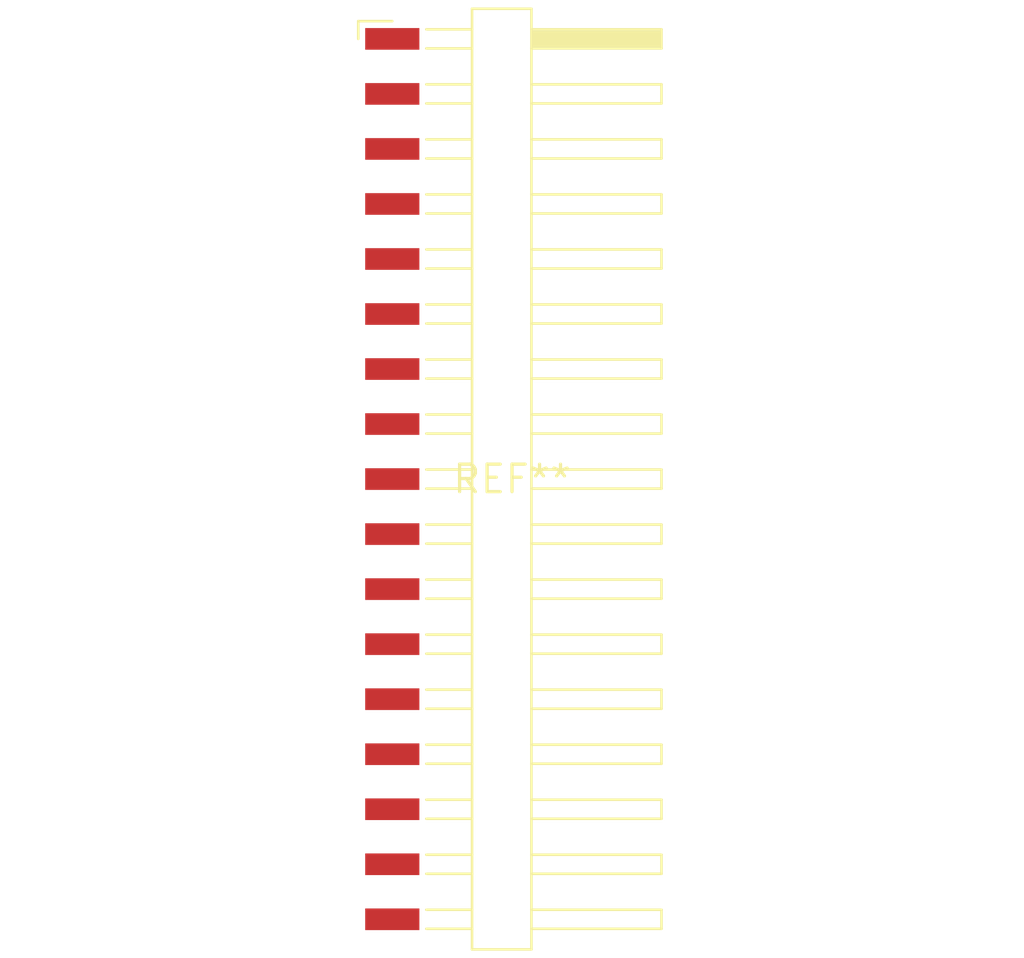
<source format=kicad_pcb>
(kicad_pcb (version 20240108) (generator pcbnew)
  (layers (0 "F.Cu" signal) (31 "B.Cu" signal) (34 "B.Paste" user) (35 "F.Paste" user) (36 "B.SilkS" user "B.Silkscreen") (37 "F.SilkS" user "F.Silkscreen") (38 "B.Mask" user) (39 "F.Mask" user) (44 "Edge.Cuts" user))
  (net 0 "")
  (footprint "Harwin_M20-89017xx_1x17_P2.54mm_Horizontal" (layer "F.Cu") (at 0 0)
    (property "Reference" "REF**")
    (property "Value" "Harwin_M20-89017xx_1x17_P2.54mm_Horizontal")
    (fp_line (start -7.095 -21.14) (end -5.525 -21.14) (layer "F.SilkS") (stroke (width 0.12)))
    (fp_line (start -7.095 -20.32) (end -7.095 -21.14) (layer "F.SilkS") (stroke (width 0.12)))
    (fp_line (start -3.955 -20.76) (end -1.845 -20.76) (layer "F.SilkS") (stroke (width 0.12)))
    (fp_line (start -3.955 -19.88) (end -1.845 -19.88) (layer "F.SilkS") (stroke (width 0.12)))
    (fp_line (start -3.955 -18.22) (end -1.845 -18.22) (layer "F.SilkS") (stroke (width 0.12)))
    (fp_line (start -3.955 -17.34) (end -1.845 -17.34) (layer "F.SilkS") (stroke (width 0.12)))
    (fp_line (start -3.955 -15.68) (end -1.845 -15.68) (layer "F.SilkS") (stroke (width 0.12)))
    (fp_line (start -3.955 -14.8) (end -1.845 -14.8) (layer "F.SilkS") (stroke (width 0.12)))
    (fp_line (start -3.955 -13.14) (end -1.845 -13.14) (layer "F.SilkS") (stroke (width 0.12)))
    (fp_line (start -3.955 -12.26) (end -1.845 -12.26) (layer "F.SilkS") (stroke (width 0.12)))
    (fp_line (start -3.955 -10.6) (end -1.845 -10.6) (layer "F.SilkS") (stroke (width 0.12)))
    (fp_line (start -3.955 -9.72) (end -1.845 -9.72) (layer "F.SilkS") (stroke (width 0.12)))
    (fp_line (start -3.955 -8.06) (end -1.845 -8.06) (layer "F.SilkS") (stroke (width 0.12)))
    (fp_line (start -3.955 -7.18) (end -1.845 -7.18) (layer "F.SilkS") (stroke (width 0.12)))
    (fp_line (start -3.955 -5.52) (end -1.845 -5.52) (layer "F.SilkS") (stroke (width 0.12)))
    (fp_line (start -3.955 -4.64) (end -1.845 -4.64) (layer "F.SilkS") (stroke (width 0.12)))
    (fp_line (start -3.955 -2.98) (end -1.845 -2.98) (layer "F.SilkS") (stroke (width 0.12)))
    (fp_line (start -3.955 -2.1) (end -1.845 -2.1) (layer "F.SilkS") (stroke (width 0.12)))
    (fp_line (start -3.955 -0.44) (end -1.845 -0.44) (layer "F.SilkS") (stroke (width 0.12)))
    (fp_line (start -3.955 0.44) (end -1.845 0.44) (layer "F.SilkS") (stroke (width 0.12)))
    (fp_line (start -3.955 2.1) (end -1.845 2.1) (layer "F.SilkS") (stroke (width 0.12)))
    (fp_line (start -3.955 2.98) (end -1.845 2.98) (layer "F.SilkS") (stroke (width 0.12)))
    (fp_line (start -3.955 4.64) (end -1.845 4.64) (layer "F.SilkS") (stroke (width 0.12)))
    (fp_line (start -3.955 5.52) (end -1.845 5.52) (layer "F.SilkS") (stroke (width 0.12)))
    (fp_line (start -3.955 7.18) (end -1.845 7.18) (layer "F.SilkS") (stroke (width 0.12)))
    (fp_line (start -3.955 8.06) (end -1.845 8.06) (layer "F.SilkS") (stroke (width 0.12)))
    (fp_line (start -3.955 9.72) (end -1.845 9.72) (layer "F.SilkS") (stroke (width 0.12)))
    (fp_line (start -3.955 10.6) (end -1.845 10.6) (layer "F.SilkS") (stroke (width 0.12)))
    (fp_line (start -3.955 12.26) (end -1.845 12.26) (layer "F.SilkS") (stroke (width 0.12)))
    (fp_line (start -3.955 13.14) (end -1.845 13.14) (layer "F.SilkS") (stroke (width 0.12)))
    (fp_line (start -3.955 14.8) (end -1.845 14.8) (layer "F.SilkS") (stroke (width 0.12)))
    (fp_line (start -3.955 15.68) (end -1.845 15.68) (layer "F.SilkS") (stroke (width 0.12)))
    (fp_line (start -3.955 17.34) (end -1.845 17.34) (layer "F.SilkS") (stroke (width 0.12)))
    (fp_line (start -3.955 18.22) (end -1.845 18.22) (layer "F.SilkS") (stroke (width 0.12)))
    (fp_line (start -3.955 19.88) (end -1.845 19.88) (layer "F.SilkS") (stroke (width 0.12)))
    (fp_line (start -3.955 20.76) (end -1.845 20.76) (layer "F.SilkS") (stroke (width 0.12)))
    (fp_line (start -1.845 -21.71) (end 0.895 -21.71) (layer "F.SilkS") (stroke (width 0.12)))
    (fp_line (start -1.845 21.71) (end -1.845 -21.71) (layer "F.SilkS") (stroke (width 0.12)))
    (fp_line (start 0.895 -21.71) (end 0.895 21.71) (layer "F.SilkS") (stroke (width 0.12)))
    (fp_line (start 0.895 -20.76) (end 6.895 -20.76) (layer "F.SilkS") (stroke (width 0.12)))
    (fp_line (start 0.895 -18.22) (end 6.895 -18.22) (layer "F.SilkS") (stroke (width 0.12)))
    (fp_line (start 0.895 -15.68) (end 6.895 -15.68) (layer "F.SilkS") (stroke (width 0.12)))
    (fp_line (start 0.895 -13.14) (end 6.895 -13.14) (layer "F.SilkS") (stroke (width 0.12)))
    (fp_line (start 0.895 -10.6) (end 6.895 -10.6) (layer "F.SilkS") (stroke (width 0.12)))
    (fp_line (start 0.895 -8.06) (end 6.895 -8.06) (layer "F.SilkS") (stroke (width 0.12)))
    (fp_line (start 0.895 -5.52) (end 6.895 -5.52) (layer "F.SilkS") (stroke (width 0.12)))
    (fp_line (start 0.895 -2.98) (end 6.895 -2.98) (layer "F.SilkS") (stroke (width 0.12)))
    (fp_line (start 0.895 -0.44) (end 6.895 -0.44) (layer "F.SilkS") (stroke (width 0.12)))
    (fp_line (start 0.895 2.1) (end 6.895 2.1) (layer "F.SilkS") (stroke (width 0.12)))
    (fp_line (start 0.895 4.64) (end 6.895 4.64) (layer "F.SilkS") (stroke (width 0.12)))
    (fp_line (start 0.895 7.18) (end 6.895 7.18) (layer "F.SilkS") (stroke (width 0.12)))
    (fp_line (start 0.895 9.72) (end 6.895 9.72) (layer "F.SilkS") (stroke (width 0.12)))
    (fp_line (start 0.895 12.26) (end 6.895 12.26) (layer "F.SilkS") (stroke (width 0.12)))
    (fp_line (start 0.895 14.8) (end 6.895 14.8) (layer "F.SilkS") (stroke (width 0.12)))
    (fp_line (start 0.895 17.34) (end 6.895 17.34) (layer "F.SilkS") (stroke (width 0.12)))
    (fp_line (start 0.895 19.88) (end 6.895 19.88) (layer "F.SilkS") (stroke (width 0.12)))
    (fp_line (start 0.895 21.71) (end -1.845 21.71) (layer "F.SilkS") (stroke (width 0.12)))
    (fp_line (start 6.895 -20.76) (end 6.895 -19.88) (layer "F.SilkS") (stroke (width 0.12)))
    (fp_line (start 6.895 -19.88) (end 0.895 -19.88) (layer "F.SilkS") (stroke (width 0.12)))
    (fp_line (start 6.895 -18.22) (end 6.895 -17.34) (layer "F.SilkS") (stroke (width 0.12)))
    (fp_line (start 6.895 -17.34) (end 0.895 -17.34) (layer "F.SilkS") (stroke (width 0.12)))
    (fp_line (start 6.895 -15.68) (end 6.895 -14.8) (layer "F.SilkS") (stroke (width 0.12)))
    (fp_line (start 6.895 -14.8) (end 0.895 -14.8) (layer "F.SilkS") (stroke (width 0.12)))
    (fp_line (start 6.895 -13.14) (end 6.895 -12.26) (layer "F.SilkS") (stroke (width 0.12)))
    (fp_line (start 6.895 -12.26) (end 0.895 -12.26) (layer "F.SilkS") (stroke (width 0.12)))
    (fp_line (start 6.895 -10.6) (end 6.895 -9.72) (layer "F.SilkS") (stroke (width 0.12)))
    (fp_line (start 6.895 -9.72) (end 0.895 -9.72) (layer "F.SilkS") (stroke (width 0.12)))
    (fp_line (start 6.895 -8.06) (end 6.895 -7.18) (layer "F.SilkS") (stroke (width 0.12)))
    (fp_line (start 6.895 -7.18) (end 0.895 -7.18) (layer "F.SilkS") (stroke (width 0.12)))
    (fp_line (start 6.895 -5.52) (end 6.895 -4.64) (layer "F.SilkS") (stroke (width 0.12)))
    (fp_line (start 6.895 -4.64) (end 0.895 -4.64) (layer "F.SilkS") (stroke (width 0.12)))
    (fp_line (start 6.895 -2.98) (end 6.895 -2.1) (layer "F.SilkS") (stroke (width 0.12)))
    (fp_line (start 6.895 -2.1) (end 0.895 -2.1) (layer "F.SilkS") (stroke (width 0.12)))
    (fp_line (start 6.895 -0.44) (end 6.895 0.44) (layer "F.SilkS") (stroke (width 0.12)))
    (fp_line (start 6.895 0.44) (end 0.895 0.44) (layer "F.SilkS") (stroke (width 0.12)))
    (fp_line (start 6.895 2.1) (end 6.895 2.98) (layer "F.SilkS") (stroke (width 0.12)))
    (fp_line (start 6.895 2.98) (end 0.895 2.98) (layer "F.SilkS") (stroke (width 0.12)))
    (fp_line (start 6.895 4.64) (end 6.895 5.52) (layer "F.SilkS") (stroke (width 0.12)))
    (fp_line (start 6.895 5.52) (end 0.895 5.52) (layer "F.SilkS") (stroke (width 0.12)))
    (fp_line (start 6.895 7.18) (end 6.895 8.06) (layer "F.SilkS") (stroke (width 0.12)))
    (fp_line (start 6.895 8.06) (end 0.895 8.06) (layer "F.SilkS") (stroke (width 0.12)))
    (fp_line (start 6.895 9.72) (end 6.895 10.6) (layer "F.SilkS") (stroke (width 0.12)))
    (fp_line (start 6.895 10.6) (end 0.895 10.6) (layer "F.SilkS") (stroke (width 0.12)))
    (fp_line (start 6.895 12.26) (end 6.895 13.14) (layer "F.SilkS") (stroke (width 0.12)))
    (fp_line (start 6.895 13.14) (end 0.895 13.14) (layer "F.SilkS") (stroke (width 0.12)))
    (fp_line (start 6.895 14.8) (end 6.895 15.68) (layer "F.SilkS") (stroke (width 0.12)))
    (fp_line (start 6.895 15.68) (end 0.895 15.68) (layer "F.SilkS") (stroke (width 0.12)))
    (fp_line (start 6.895 17.34) (end 6.895 18.22) (layer "F.SilkS") (stroke (width 0.12)))
    (fp_line (start 6.895 18.22) (end 0.895 18.22) (layer "F.SilkS") (stroke (width 0.12)))
    (fp_line (start 6.895 19.88) (end 6.895 20.76) (layer "F.SilkS") (stroke (width 0.12)))
    (fp_line (start 6.895 20.76) (end 0.895 20.76) (layer "F.SilkS") (stroke (width 0.12)))
    (pad "" smd rect (at 3.895 -20.32) (size 6 0.76) (layers "F.SilkS"))
    (pad "1" smd rect (at -5.525 -20.32) (size 2.5 1) (layers "F.Cu" "F.Paste" "F.Mask"))
    (pad "2" smd rect (at -5.525 -17.78) (size 2.5 1) (layers "F.Cu" "F.Paste" "F.Mask"))
    (pad "3" smd rect (at -5.525 -15.24) (size 2.5 1) (layers "F.Cu" "F.Paste" "F.Mask"))
    (pad "4" smd rect (at -5.525 -12.7) (size 2.5 1) (layers "F.Cu" "F.Paste" "F.Mask"))
    (pad "5" smd rect (at -5.525 -10.16) (size 2.5 1) (layers "F.Cu" "F.Paste" "F.Mask"))
    (pad "6" smd rect (at -5.525 -7.62) (size 2.5 1) (layers "F.Cu" "F.Paste" "F.Mask"))
    (pad "7" smd rect (at -5.525 -5.08) (size 2.5 1) (layers "F.Cu" "F.Paste" "F.Mask"))
    (pad "8" smd rect (at -5.525 -2.54) (size 2.5 1) (layers "F.Cu" "F.Paste" "F.Mask"))
    (pad "9" smd rect (at -5.525 0) (size 2.5 1) (layers "F.Cu" "F.Paste" "F.Mask"))
    (pad "10" smd rect (at -5.525 2.54) (size 2.5 1) (layers "F.Cu" "F.Paste" "F.Mask"))
    (pad "11" smd rect (at -5.525 5.08) (size 2.5 1) (layers "F.Cu" "F.Paste" "F.Mask"))
    (pad "12" smd rect (at -5.525 7.62) (size 2.5 1) (layers "F.Cu" "F.Paste" "F.Mask"))
    (pad "13" smd rect (at -5.525 10.16) (size 2.5 1) (layers "F.Cu" "F.Paste" "F.Mask"))
    (pad "14" smd rect (at -5.525 12.7) (size 2.5 1) (layers "F.Cu" "F.Paste" "F.Mask"))
    (pad "15" smd rect (at -5.525 15.24) (size 2.5 1) (layers "F.Cu" "F.Paste" "F.Mask"))
    (pad "16" smd rect (at -5.525 17.78) (size 2.5 1) (layers "F.Cu" "F.Paste" "F.Mask"))
    (pad "17" smd rect (at -5.525 20.32) (size 2.5 1) (layers "F.Cu" "F.Paste" "F.Mask"))
  )
)
</source>
